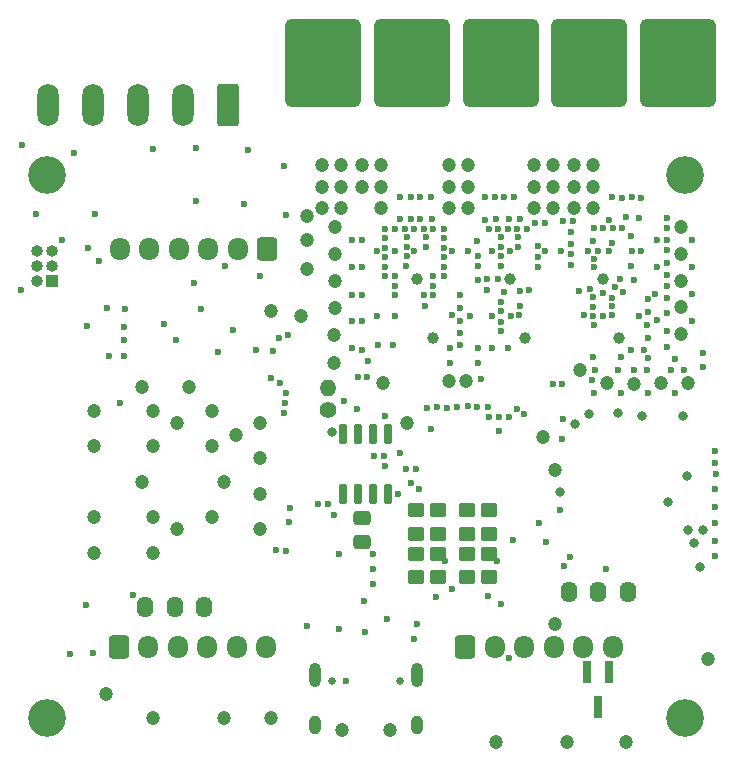
<source format=gbr>
%TF.GenerationSoftware,KiCad,Pcbnew,(6.0.7)*%
%TF.CreationDate,2023-02-02T22:14:04+01:00*%
%TF.ProjectId,bldc,626c6463-2e6b-4696-9361-645f70636258,rev?*%
%TF.SameCoordinates,Original*%
%TF.FileFunction,Soldermask,Bot*%
%TF.FilePolarity,Negative*%
%FSLAX46Y46*%
G04 Gerber Fmt 4.6, Leading zero omitted, Abs format (unit mm)*
G04 Created by KiCad (PCBNEW (6.0.7)) date 2023-02-02 22:14:04*
%MOMM*%
%LPD*%
G01*
G04 APERTURE LIST*
G04 Aperture macros list*
%AMRoundRect*
0 Rectangle with rounded corners*
0 $1 Rounding radius*
0 $2 $3 $4 $5 $6 $7 $8 $9 X,Y pos of 4 corners*
0 Add a 4 corners polygon primitive as box body*
4,1,4,$2,$3,$4,$5,$6,$7,$8,$9,$2,$3,0*
0 Add four circle primitives for the rounded corners*
1,1,$1+$1,$2,$3*
1,1,$1+$1,$4,$5*
1,1,$1+$1,$6,$7*
1,1,$1+$1,$8,$9*
0 Add four rect primitives between the rounded corners*
20,1,$1+$1,$2,$3,$4,$5,0*
20,1,$1+$1,$4,$5,$6,$7,0*
20,1,$1+$1,$6,$7,$8,$9,0*
20,1,$1+$1,$8,$9,$2,$3,0*%
G04 Aperture macros list end*
%ADD10RoundRect,0.650000X2.600000X3.100000X-2.600000X3.100000X-2.600000X-3.100000X2.600000X-3.100000X0*%
%ADD11C,3.200000*%
%ADD12O,1.400000X1.800000*%
%ADD13R,1.000000X1.000000*%
%ADD14O,1.000000X1.000000*%
%ADD15O,1.000000X2.100000*%
%ADD16O,1.000000X1.600000*%
%ADD17C,0.650000*%
%ADD18RoundRect,0.250000X0.650000X1.550000X-0.650000X1.550000X-0.650000X-1.550000X0.650000X-1.550000X0*%
%ADD19O,1.800000X3.600000*%
%ADD20C,1.400000*%
%ADD21O,1.400000X1.400000*%
%ADD22RoundRect,0.250000X0.600000X0.725000X-0.600000X0.725000X-0.600000X-0.725000X0.600000X-0.725000X0*%
%ADD23O,1.700000X1.950000*%
%ADD24RoundRect,0.250000X-0.600000X-0.725000X0.600000X-0.725000X0.600000X0.725000X-0.600000X0.725000X0*%
%ADD25RoundRect,0.250000X0.450000X-0.350000X0.450000X0.350000X-0.450000X0.350000X-0.450000X-0.350000X0*%
%ADD26C,1.000000*%
%ADD27RoundRect,0.250000X-0.450000X0.350000X-0.450000X-0.350000X0.450000X-0.350000X0.450000X0.350000X0*%
%ADD28RoundRect,0.250000X0.475000X-0.337500X0.475000X0.337500X-0.475000X0.337500X-0.475000X-0.337500X0*%
%ADD29RoundRect,0.150000X0.150000X-0.725000X0.150000X0.725000X-0.150000X0.725000X-0.150000X-0.725000X0*%
%ADD30R,0.800000X1.900000*%
%ADD31C,0.600000*%
%ADD32C,1.200000*%
%ADD33C,0.800000*%
G04 APERTURE END LIST*
D10*
%TO.C,J15*%
X116400000Y-93500000D03*
%TD*%
D11*
%TO.C,H2*%
X93000000Y-149000000D03*
%TD*%
D12*
%TO.C,SW1*%
X137150000Y-138350000D03*
X139650000Y-138350000D03*
X142150000Y-138350000D03*
%TD*%
D13*
%TO.C,J7*%
X93435000Y-111970000D03*
D14*
X92165000Y-111970000D03*
X93435000Y-110700000D03*
X92165000Y-110700000D03*
X93435000Y-109430000D03*
X92165000Y-109430000D03*
%TD*%
D15*
%TO.C,J8*%
X115680000Y-145370000D03*
D16*
X124320000Y-149550000D03*
D15*
X124320000Y-145370000D03*
D16*
X115680000Y-149550000D03*
D17*
X122890000Y-145900000D03*
X117110000Y-145900000D03*
%TD*%
D10*
%TO.C,J13*%
X131400000Y-93500000D03*
%TD*%
D11*
%TO.C,H4*%
X147000000Y-149000000D03*
%TD*%
D10*
%TO.C,J14*%
X123900000Y-93500000D03*
%TD*%
D18*
%TO.C,J16*%
X108300000Y-97100000D03*
D19*
X104490000Y-97100000D03*
X100680000Y-97100000D03*
X96870000Y-97100000D03*
X93060000Y-97100000D03*
%TD*%
D20*
%TO.C,TH1*%
X116800000Y-122955000D03*
D21*
X116800000Y-121055000D03*
%TD*%
D11*
%TO.C,H1*%
X147000000Y-103000000D03*
%TD*%
%TO.C,H3*%
X93000000Y-103000000D03*
%TD*%
D12*
%TO.C,SW3*%
X106300000Y-139600000D03*
X103800000Y-139600000D03*
X101300000Y-139600000D03*
%TD*%
D22*
%TO.C,J6*%
X111650000Y-109250000D03*
D23*
X109150000Y-109250000D03*
X106650000Y-109250000D03*
X104150000Y-109250000D03*
X101650000Y-109250000D03*
X99150000Y-109250000D03*
%TD*%
D10*
%TO.C,J11*%
X146400000Y-93500000D03*
%TD*%
D24*
%TO.C,J10*%
X99050000Y-142950000D03*
D23*
X101550000Y-142950000D03*
X104050000Y-142950000D03*
X106550000Y-142950000D03*
X109050000Y-142950000D03*
X111550000Y-142950000D03*
%TD*%
D10*
%TO.C,J12*%
X138900000Y-93500000D03*
%TD*%
D24*
%TO.C,J9*%
X128400000Y-142950000D03*
D23*
X130900000Y-142950000D03*
X133400000Y-142950000D03*
X135900000Y-142950000D03*
X138400000Y-142950000D03*
X140900000Y-142950000D03*
%TD*%
D25*
%TO.C,R20*%
X124200000Y-137100000D03*
X124200000Y-135100000D03*
%TD*%
D26*
%TO.C,TP3*%
X133500000Y-116800000D03*
%TD*%
D25*
%TO.C,R16*%
X128550000Y-133400000D03*
X128550000Y-131400000D03*
%TD*%
%TO.C,R22*%
X130450000Y-137100000D03*
X130450000Y-135100000D03*
%TD*%
D26*
%TO.C,TP5*%
X125700000Y-116800000D03*
%TD*%
D27*
%TO.C,R17*%
X130450000Y-131400000D03*
X130450000Y-133400000D03*
%TD*%
D26*
%TO.C,TP1*%
X141400000Y-116800000D03*
%TD*%
D25*
%TO.C,R23*%
X126100000Y-133400000D03*
X126100000Y-131400000D03*
%TD*%
D27*
%TO.C,R19*%
X126100000Y-135100000D03*
X126100000Y-137100000D03*
%TD*%
%TO.C,R24*%
X124200000Y-131400000D03*
X124200000Y-133400000D03*
%TD*%
D28*
%TO.C,C34*%
X119700000Y-134137500D03*
X119700000Y-132062500D03*
%TD*%
D26*
%TO.C,TP6*%
X124300000Y-111800000D03*
%TD*%
%TO.C,TP4*%
X132200000Y-111800000D03*
%TD*%
D29*
%TO.C,U4*%
X121905000Y-130075000D03*
X120635000Y-130075000D03*
X119365000Y-130075000D03*
X118095000Y-130075000D03*
X118095000Y-124925000D03*
X119365000Y-124925000D03*
X120635000Y-124925000D03*
X121905000Y-124925000D03*
%TD*%
D30*
%TO.C,D6*%
X138700000Y-145100000D03*
X140600000Y-145100000D03*
X139650000Y-148100000D03*
%TD*%
D27*
%TO.C,R21*%
X128550000Y-135100000D03*
X128550000Y-137100000D03*
%TD*%
D26*
%TO.C,TP2*%
X140100000Y-111800000D03*
%TD*%
D31*
X141550000Y-111800000D03*
X141050000Y-112500000D03*
X145500000Y-106700000D03*
X145500000Y-107500000D03*
X144600000Y-108500000D03*
X145500000Y-108500000D03*
X145500000Y-109400000D03*
X144600000Y-110800000D03*
X145500000Y-110500000D03*
X145500000Y-111500000D03*
X145500000Y-112400000D03*
X143100000Y-115000000D03*
X143900000Y-114600000D03*
X143900000Y-113500000D03*
X144500000Y-113100000D03*
X145500000Y-113400000D03*
X145500000Y-114700000D03*
X144600000Y-115300000D03*
X143800000Y-115700000D03*
X143900000Y-116800000D03*
X145500000Y-116200000D03*
X145500000Y-117600000D03*
X148500000Y-119300000D03*
X146900000Y-119500000D03*
X148500000Y-118100000D03*
X146200000Y-118600000D03*
X145800000Y-119500000D03*
X142700000Y-119500000D03*
X143800000Y-119500000D03*
X143900000Y-118500000D03*
X143500000Y-117800000D03*
X142400000Y-117800000D03*
X141600000Y-118400000D03*
X141300000Y-119500000D03*
X139400000Y-119500000D03*
X139200000Y-118400000D03*
X130700000Y-117700000D03*
X128000000Y-117400000D03*
X128000000Y-116400000D03*
X128000000Y-115400000D03*
X128000000Y-114300000D03*
X128000000Y-113200000D03*
X127300000Y-114900000D03*
X128800000Y-115000000D03*
X132000000Y-117700000D03*
X129500000Y-118900000D03*
X129500000Y-117700000D03*
X127100000Y-118900000D03*
X127100000Y-117700000D03*
X122300000Y-117400000D03*
X120900000Y-115000000D03*
X121000000Y-117400000D03*
X120200000Y-118800000D03*
X119300000Y-120100000D03*
X120100000Y-120100000D03*
X119700000Y-117800000D03*
X118800000Y-117700000D03*
X119700000Y-115400000D03*
X118800000Y-115400000D03*
X119700000Y-113200000D03*
X118800000Y-113200000D03*
X119700000Y-110800000D03*
X118800000Y-110800000D03*
X119700000Y-108500000D03*
X118800000Y-108500000D03*
X133000000Y-106750000D03*
X132100000Y-106750000D03*
X131050000Y-106750000D03*
X129400000Y-108600000D03*
X129450000Y-110700000D03*
X129450000Y-109900000D03*
X128650000Y-109450000D03*
X132950000Y-114850000D03*
X130650000Y-114950000D03*
X132250000Y-114950000D03*
X131450000Y-116250000D03*
X131400000Y-115450000D03*
X131400000Y-114550000D03*
X131400000Y-113750000D03*
X130250000Y-112800000D03*
X129450000Y-111950000D03*
X130250000Y-111800000D03*
X131150000Y-111850000D03*
X131650000Y-112950000D03*
X133050000Y-112850000D03*
X133800000Y-112800000D03*
X134550000Y-110800000D03*
X134550000Y-109950000D03*
X135200000Y-109450000D03*
X134550000Y-109000000D03*
X134350000Y-107100000D03*
X135150000Y-107100000D03*
X138450000Y-114900000D03*
X139250000Y-114950000D03*
X140050000Y-114950000D03*
X140800000Y-114900000D03*
X140850000Y-114150000D03*
X139250000Y-114200000D03*
X142450000Y-110750000D03*
X142450000Y-108150000D03*
X143300000Y-109450000D03*
X142500000Y-109500000D03*
X142700000Y-111900000D03*
X141800000Y-112900000D03*
X140850000Y-113400000D03*
X140100000Y-113050000D03*
X139250000Y-113350000D03*
X139000000Y-112650000D03*
X138000000Y-112850000D03*
X137350000Y-110650000D03*
X137350000Y-109750000D03*
X136550000Y-109450000D03*
X137350000Y-108900000D03*
X137350000Y-107850000D03*
X137550000Y-106950000D03*
X136700000Y-106900000D03*
X140850000Y-104900000D03*
X141650000Y-104950000D03*
X142500000Y-104900000D03*
X143300000Y-104950000D03*
X143100000Y-106700000D03*
X140550000Y-106800000D03*
X139250000Y-108600000D03*
X140850000Y-108750000D03*
X139300000Y-110100000D03*
X139300000Y-110800000D03*
X138800000Y-109450000D03*
X139650000Y-109450000D03*
X140550000Y-109450000D03*
X139300000Y-107550000D03*
X140100000Y-107550000D03*
X140900000Y-107550000D03*
X141700000Y-107550000D03*
X126600000Y-108400000D03*
X123500000Y-109100000D03*
X121600000Y-107600000D03*
X126600000Y-109200000D03*
X126600000Y-107600000D03*
X121600000Y-109200000D03*
X124100000Y-107600000D03*
X125100000Y-108300000D03*
X121600000Y-108400000D03*
X125700000Y-107600000D03*
X122500000Y-107600000D03*
X125100000Y-109100000D03*
X123500000Y-108300000D03*
X124900000Y-107600000D03*
X123300000Y-107600000D03*
X122500000Y-109450000D03*
X121600000Y-110000000D03*
X120900000Y-109450000D03*
X121600000Y-110800000D03*
X121600000Y-111600000D03*
X122500000Y-111600000D03*
X122500000Y-112400000D03*
X122500000Y-113200000D03*
X122500000Y-114950000D03*
X124900000Y-113200000D03*
X125700000Y-113200000D03*
X125700000Y-112400000D03*
X125700000Y-111600000D03*
X126600000Y-111600000D03*
X126600000Y-110800000D03*
X126600000Y-110000000D03*
X127300000Y-109450000D03*
X124100000Y-109450000D03*
X123500000Y-109850000D03*
X130400000Y-107600000D03*
X131200000Y-107600000D03*
X132000000Y-107600000D03*
X132800000Y-107600000D03*
X132900000Y-108300000D03*
X132900000Y-109100000D03*
X132200000Y-109450000D03*
X131400000Y-109100000D03*
X131400000Y-108300000D03*
X130700000Y-109450000D03*
X131400000Y-109900000D03*
X131400000Y-110750000D03*
X130100000Y-106800000D03*
X132500000Y-104900000D03*
X131700000Y-104900000D03*
X130900000Y-104900000D03*
X130100000Y-104900000D03*
X122900000Y-106750000D03*
X123800000Y-106750000D03*
X124600000Y-106750000D03*
D32*
X135800000Y-105800000D03*
X134200000Y-105800000D03*
X135800000Y-102200000D03*
X134200000Y-102200000D03*
X127000000Y-105800000D03*
X128600000Y-105800000D03*
X128600000Y-102200000D03*
X127000000Y-102200000D03*
D31*
X125500000Y-104900000D03*
X124600000Y-104900000D03*
X123800000Y-104900000D03*
X122900000Y-104900000D03*
X125550000Y-106750000D03*
D32*
X138100000Y-119500000D03*
X119700000Y-104000000D03*
X121300000Y-102200000D03*
X121300000Y-105800000D03*
X119700000Y-102200000D03*
X121300000Y-104000000D03*
X135000000Y-125200000D03*
D31*
X125950000Y-138750000D03*
X140300000Y-136400000D03*
X113200000Y-106400000D03*
D32*
X112000000Y-149000000D03*
D33*
X136400000Y-129850000D03*
D32*
X102000000Y-135000000D03*
D31*
X96500000Y-109200000D03*
D32*
X101000000Y-121000000D03*
D31*
X105400000Y-112200000D03*
D32*
X146700000Y-112000000D03*
X111000000Y-127000000D03*
D31*
X137250000Y-135350000D03*
D32*
X118000000Y-150000000D03*
D31*
X149549500Y-127400000D03*
X131400000Y-139350000D03*
D32*
X107000000Y-126000000D03*
X147300000Y-120600000D03*
X97000000Y-126000000D03*
D31*
X122850000Y-126600000D03*
X122722812Y-130043287D03*
D32*
X102000000Y-149000000D03*
D31*
X121800000Y-140650000D03*
D33*
X146800000Y-123400000D03*
D31*
X149549500Y-132500000D03*
D32*
X104000000Y-133000000D03*
D31*
X149549500Y-131100000D03*
D32*
X109000000Y-125000000D03*
D31*
X146200000Y-121500000D03*
X99550000Y-115900000D03*
D32*
X102000000Y-123000000D03*
D31*
X125500000Y-124500000D03*
D32*
X117300000Y-118900000D03*
X97000000Y-123000000D03*
D31*
X149549500Y-134000000D03*
D32*
X117400000Y-107400000D03*
D31*
X139100000Y-120400000D03*
X110000000Y-100900000D03*
D32*
X111000000Y-124000000D03*
D31*
X136400000Y-131400000D03*
D32*
X136000000Y-128000000D03*
D31*
X114969500Y-141200000D03*
X130300000Y-138700000D03*
X107500000Y-118000000D03*
X90800000Y-112800000D03*
X97400000Y-110300000D03*
X108100000Y-110700000D03*
X105600000Y-100700000D03*
D32*
X127000000Y-120500000D03*
D31*
X147600000Y-113100000D03*
X110700000Y-117800000D03*
D33*
X145600000Y-130750000D03*
D31*
X90900000Y-100500000D03*
X112100000Y-117900000D03*
D32*
X131000000Y-151000000D03*
X137000000Y-151000000D03*
X108000000Y-149000000D03*
D33*
X137700000Y-124100000D03*
D31*
X98100000Y-114300000D03*
D32*
X146700000Y-114200000D03*
X112000000Y-114500000D03*
D31*
X129700000Y-120300000D03*
D32*
X122000000Y-150000000D03*
D31*
X117300000Y-131800000D03*
D32*
X117400000Y-109700000D03*
X97000000Y-132000000D03*
X136000000Y-141000000D03*
D31*
X149600000Y-128300000D03*
D33*
X143350000Y-123400000D03*
D32*
X114500000Y-115000000D03*
X117300000Y-116600000D03*
D31*
X136700000Y-123700000D03*
X141600000Y-121500000D03*
D32*
X149000000Y-144000000D03*
D31*
X124050000Y-142350000D03*
D32*
X146700000Y-109700000D03*
D31*
X136600000Y-120700000D03*
D32*
X107000000Y-123000000D03*
D31*
X96400000Y-115800000D03*
D33*
X147200000Y-128512500D03*
D32*
X123500000Y-124000000D03*
X101000000Y-129000000D03*
X146700000Y-116500000D03*
D31*
X149549500Y-135300000D03*
X119875500Y-141700000D03*
X136800000Y-136100000D03*
X147600000Y-110800000D03*
X115900000Y-130900000D03*
D33*
X148550000Y-133050000D03*
D32*
X142700000Y-120700000D03*
D31*
X92100000Y-106300000D03*
X116800000Y-130900000D03*
D32*
X117400000Y-112000000D03*
X116300000Y-102200000D03*
X115000000Y-111000000D03*
D31*
X135250000Y-134100000D03*
X143900000Y-121500000D03*
X96300000Y-139400000D03*
D32*
X115000000Y-108500000D03*
D31*
X131300000Y-124700000D03*
D32*
X102000000Y-132000000D03*
D31*
X109700000Y-105500000D03*
D32*
X111000000Y-133000000D03*
X111000000Y-130000000D03*
X105000000Y-121000000D03*
X108000000Y-129000000D03*
X128500000Y-120500000D03*
D31*
X135800000Y-120700000D03*
X94300000Y-108500000D03*
D32*
X98000000Y-147000000D03*
X116300000Y-104000000D03*
D31*
X105600000Y-105200000D03*
D32*
X146700000Y-107400000D03*
D31*
X111000000Y-111600000D03*
X96900000Y-143500000D03*
X124350000Y-141050000D03*
X100300000Y-138600000D03*
D32*
X142000000Y-151000000D03*
D31*
X113100000Y-102300000D03*
X119200000Y-122800000D03*
D33*
X147250000Y-133100000D03*
D31*
X102000000Y-100800000D03*
D32*
X97000000Y-135000000D03*
X145000000Y-120600000D03*
D31*
X119800000Y-139100000D03*
D32*
X117900000Y-104000000D03*
D31*
X136600000Y-125400000D03*
X149549500Y-129600000D03*
D32*
X117900000Y-102200000D03*
X140400000Y-120600000D03*
X121400000Y-120600000D03*
D31*
X139300000Y-121500000D03*
D32*
X117900000Y-105800000D03*
X104000000Y-124000000D03*
X117400000Y-114300000D03*
D31*
X147600000Y-108500000D03*
X132150000Y-143900000D03*
X131100000Y-135700000D03*
D32*
X115000000Y-106500000D03*
D33*
X147800000Y-134200000D03*
D31*
X132450000Y-133900000D03*
D33*
X141300000Y-123200000D03*
D31*
X147600000Y-115400000D03*
X97100000Y-106300000D03*
D33*
X138850000Y-123300000D03*
D31*
X102900000Y-115600000D03*
X134650000Y-132450000D03*
X118100000Y-122200000D03*
D32*
X116300000Y-105800000D03*
D31*
X149549500Y-126400000D03*
X95300000Y-101200000D03*
D33*
X148250000Y-136200000D03*
D32*
X102000000Y-126000000D03*
D31*
X94900000Y-143600000D03*
D32*
X107000000Y-132000000D03*
X137600000Y-105800000D03*
X139200000Y-104000000D03*
X137600000Y-104000000D03*
D31*
X132749500Y-122827914D03*
D32*
X139200000Y-105800000D03*
X139200000Y-102200000D03*
D31*
X139300000Y-115700000D03*
D32*
X137600000Y-102200000D03*
X135800000Y-104000000D03*
X134200000Y-104000000D03*
D31*
X133000000Y-114100000D03*
X129417678Y-122687691D03*
D32*
X127000000Y-104000000D03*
X128600000Y-104000000D03*
D31*
X125000000Y-114100000D03*
X126902207Y-122725775D03*
X133401999Y-123297697D03*
X132120923Y-123536195D03*
X142000000Y-106600000D03*
X131236992Y-123536992D03*
X128623055Y-122599500D03*
X130300000Y-122700000D03*
X133600000Y-107600000D03*
X130374500Y-123516306D03*
X127726609Y-122673391D03*
X126000000Y-122700000D03*
X125158660Y-122741837D03*
X123400000Y-110750000D03*
X120600000Y-135100000D03*
X126700000Y-135700000D03*
X127300000Y-138100000D03*
X112700000Y-120624500D03*
X113200000Y-121500000D03*
X113183411Y-122316589D03*
X113100500Y-123200000D03*
X99625500Y-114400000D03*
X106000000Y-114400000D03*
X99200000Y-122300000D03*
X99500000Y-117000000D03*
X103900000Y-117000000D03*
X112624369Y-116793908D03*
X117700000Y-141500000D03*
X118305000Y-145905000D03*
X113400000Y-116600000D03*
X108775500Y-116175500D03*
X113600000Y-131200000D03*
X120672906Y-126785033D03*
X121525500Y-126850546D03*
X113500000Y-132400000D03*
X113200498Y-134900000D03*
X121575500Y-127649500D03*
X112000000Y-120200000D03*
D33*
X117149500Y-124750000D03*
D31*
X124200000Y-127874500D03*
X123400497Y-127874500D03*
X123797312Y-129124000D03*
X124458146Y-129574000D03*
X120600000Y-136350000D03*
X120600000Y-137635000D03*
X117700000Y-135100000D03*
X112407906Y-134795110D03*
X121600000Y-123400000D03*
X99550000Y-118350000D03*
X98250000Y-118350000D03*
M02*

</source>
